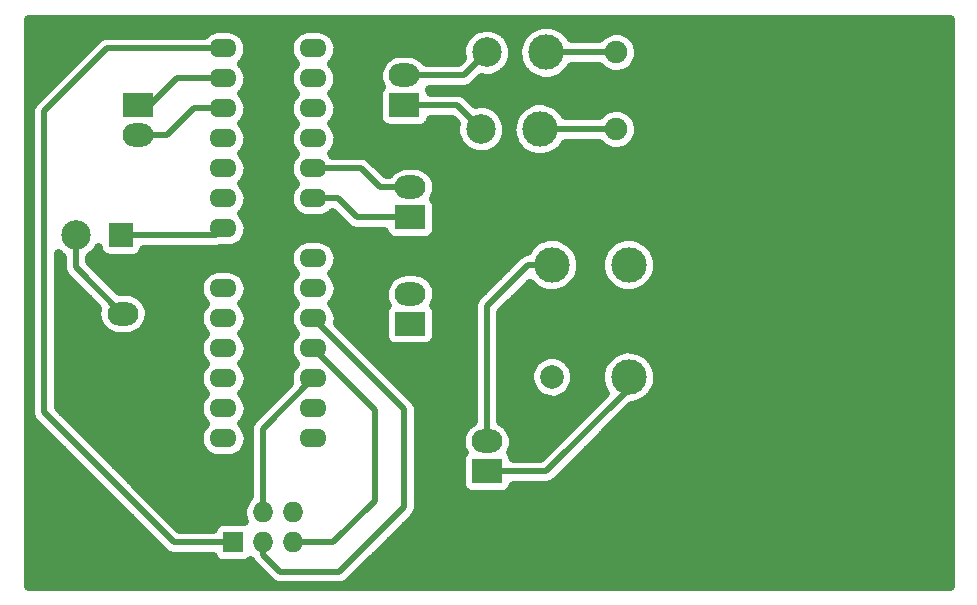
<source format=gbr>
%TF.GenerationSoftware,KiCad,Pcbnew,4.0.4-stable*%
%TF.CreationDate,2016-11-25T12:07:11+01:00*%
%TF.ProjectId,ISPboard,495350626F6172642E6B696361645F70,rev?*%
%TF.FileFunction,Copper,L1,Top,Signal*%
%FSLAX46Y46*%
G04 Gerber Fmt 4.6, Leading zero omitted, Abs format (unit mm)*
G04 Created by KiCad (PCBNEW 4.0.4-stable) date 11/25/16 12:07:11*
%MOMM*%
%LPD*%
G01*
G04 APERTURE LIST*
%ADD10C,0.100000*%
%ADD11C,2.500000*%
%ADD12R,1.998980X1.998980*%
%ADD13R,1.900000X2.000000*%
%ADD14C,1.900000*%
%ADD15O,2.300000X1.600000*%
%ADD16R,2.600000X2.000000*%
%ADD17O,2.600000X2.000000*%
%ADD18R,1.727200X1.727200*%
%ADD19O,1.727200X1.727200*%
%ADD20C,3.000000*%
%ADD21C,2.000000*%
%ADD22C,0.500000*%
%ADD23C,0.800000*%
G04 APERTURE END LIST*
D10*
D11*
X110015134Y-109329131D03*
D12*
X113825134Y-109329131D03*
D13*
X158325134Y-93829131D03*
D14*
X155785134Y-93829131D03*
D13*
X158325134Y-100329131D03*
D14*
X155785134Y-100329131D03*
D15*
X122500000Y-93500000D03*
X122500000Y-96040000D03*
X122500000Y-98580000D03*
X122500000Y-101120000D03*
X122500000Y-103660000D03*
X122500000Y-106200000D03*
X122500000Y-108740000D03*
X122500000Y-111280000D03*
X122500000Y-113820000D03*
X122500000Y-116360000D03*
X122500000Y-118900000D03*
X122500000Y-121440000D03*
X122500000Y-123980000D03*
X122500000Y-126520000D03*
X130120000Y-126520000D03*
X130120000Y-123980000D03*
X130120000Y-121440000D03*
X130120000Y-118900000D03*
X130120000Y-116360000D03*
X130120000Y-113820000D03*
X130120000Y-111280000D03*
X130120000Y-108740000D03*
X130120000Y-106200000D03*
X130120000Y-103660000D03*
X130120000Y-101120000D03*
X130120000Y-98580000D03*
X130120000Y-96040000D03*
X130120000Y-93500000D03*
D16*
X114000000Y-118500000D03*
D17*
X114000000Y-115960000D03*
D18*
X123325134Y-135329131D03*
D19*
X123325134Y-132789131D03*
X125865134Y-135329131D03*
X125865134Y-132789131D03*
X128405134Y-135329131D03*
X128405134Y-132789131D03*
D16*
X138325134Y-116829131D03*
D17*
X138325134Y-114289131D03*
D16*
X138325134Y-107829131D03*
D17*
X138325134Y-105289131D03*
D16*
X115325134Y-98329131D03*
D17*
X115325134Y-100869131D03*
D16*
X137825134Y-98329131D03*
D17*
X137825134Y-95789131D03*
D16*
X144825134Y-129329131D03*
D17*
X144825134Y-126789131D03*
D20*
X149824494Y-93829131D03*
D11*
X144823234Y-93829131D03*
D20*
X149324494Y-100329131D03*
D11*
X144323234Y-100329131D03*
D21*
X156825134Y-107329131D03*
D20*
X156825134Y-111829131D03*
D21*
X150325134Y-107329131D03*
D20*
X150325134Y-111829131D03*
D21*
X156825134Y-116829131D03*
D20*
X156825134Y-121329131D03*
D21*
X150325134Y-116829131D03*
X150325134Y-121329131D03*
D22*
X114000000Y-115960000D02*
X113956003Y-115960000D01*
X113956003Y-115960000D02*
X110015134Y-112019131D01*
X110015134Y-112019131D02*
X110015134Y-109329131D01*
X113825134Y-109329131D02*
X121910869Y-109329131D01*
X121910869Y-109329131D02*
X122500000Y-108740000D01*
X149824494Y-93829131D02*
X155785134Y-93829131D01*
X149324494Y-100329131D02*
X155785134Y-100329131D01*
X123325134Y-135329131D02*
X118325134Y-135329131D01*
X112654265Y-93500000D02*
X122500000Y-93500000D01*
X107325134Y-98829131D02*
X112654265Y-93500000D01*
X107325134Y-124329131D02*
X107325134Y-98829131D01*
X118325134Y-135329131D02*
X107325134Y-124329131D01*
X115325134Y-98329131D02*
X116325134Y-98329131D01*
X116325134Y-98329131D02*
X118614265Y-96040000D01*
X118614265Y-96040000D02*
X122500000Y-96040000D01*
X115325134Y-100869131D02*
X117785134Y-100869131D01*
X120074265Y-98580000D02*
X122500000Y-98580000D01*
X117785134Y-100869131D02*
X120074265Y-98580000D01*
X125865134Y-132789131D02*
X125865134Y-125694866D01*
X125865134Y-125694866D02*
X130120000Y-121440000D01*
X128405134Y-135329131D02*
X131825134Y-135329131D01*
X135325134Y-124105134D02*
X130120000Y-118900000D01*
X135325134Y-131829131D02*
X135325134Y-124105134D01*
X131825134Y-135329131D02*
X135325134Y-131829131D01*
X125865134Y-135329131D02*
X125865134Y-136369131D01*
X137825134Y-124065134D02*
X130120000Y-116360000D01*
X137825134Y-132329131D02*
X137825134Y-124065134D01*
X132325134Y-137829131D02*
X137825134Y-132329131D01*
X127325134Y-137829131D02*
X132325134Y-137829131D01*
X125865134Y-136369131D02*
X127325134Y-137829131D01*
X138325134Y-107829131D02*
X133825134Y-107829131D01*
X132196003Y-106200000D02*
X130120000Y-106200000D01*
X133825134Y-107829131D02*
X132196003Y-106200000D01*
X138325134Y-105289131D02*
X135785134Y-105289131D01*
X134156003Y-103660000D02*
X130120000Y-103660000D01*
X135785134Y-105289131D02*
X134156003Y-103660000D01*
X137825134Y-98329131D02*
X142323234Y-98329131D01*
X142323234Y-98329131D02*
X144323234Y-100329131D01*
X137825134Y-95789131D02*
X142863234Y-95789131D01*
X142863234Y-95789131D02*
X144823234Y-93829131D01*
X144825134Y-129329131D02*
X149825134Y-129329131D01*
X149825134Y-129329131D02*
X156825134Y-122329131D01*
X156825134Y-122329131D02*
X156825134Y-121329131D01*
X144825134Y-126789131D02*
X144825134Y-115329131D01*
X148325134Y-111829131D02*
X150325134Y-111829131D01*
X144825134Y-115329131D02*
X148325134Y-111829131D01*
D23*
X105983000Y-90983000D02*
X184017000Y-90983000D01*
X105983000Y-91623000D02*
X148856509Y-91623000D01*
X150790526Y-91623000D02*
X184017000Y-91623000D01*
X105983000Y-92263000D02*
X120967246Y-92263000D01*
X124030254Y-92263000D02*
X128587246Y-92263000D01*
X131650254Y-92263000D02*
X143338041Y-92263000D01*
X146309405Y-92263000D02*
X147981972Y-92263000D01*
X151663005Y-92263000D02*
X154785073Y-92263000D01*
X156786038Y-92263000D02*
X184017000Y-92263000D01*
X105983000Y-92903000D02*
X111613606Y-92903000D01*
X124456194Y-92903000D02*
X128165418Y-92903000D01*
X132076194Y-92903000D02*
X142872215Y-92903000D01*
X146775730Y-92903000D02*
X147601469Y-92903000D01*
X157400613Y-92903000D02*
X184017000Y-92903000D01*
X105983000Y-93543000D02*
X110973606Y-93543000D01*
X124564649Y-93543000D02*
X128057082Y-93543000D01*
X132184649Y-93543000D02*
X142677748Y-93543000D01*
X146966571Y-93543000D02*
X147423412Y-93543000D01*
X157622633Y-93543000D02*
X184017000Y-93543000D01*
X105983000Y-94183000D02*
X110333606Y-94183000D01*
X124423078Y-94183000D02*
X128198981Y-94183000D01*
X132043078Y-94183000D02*
X136490396Y-94183000D01*
X139155906Y-94183000D02*
X142694041Y-94183000D01*
X146955926Y-94183000D02*
X147441115Y-94183000D01*
X157610167Y-94183000D02*
X184017000Y-94183000D01*
X105983000Y-94823000D02*
X109693606Y-94823000D01*
X124054089Y-94823000D02*
X128562723Y-94823000D01*
X131674089Y-94823000D02*
X135878139Y-94823000D01*
X146743061Y-94823000D02*
X147628014Y-94823000D01*
X157357904Y-94823000D02*
X184017000Y-94823000D01*
X105983000Y-95463000D02*
X109053606Y-95463000D01*
X124462080Y-95463000D02*
X128159227Y-95463000D01*
X132082080Y-95463000D02*
X135639374Y-95463000D01*
X146236899Y-95463000D02*
X148054645Y-95463000D01*
X151600692Y-95463000D02*
X154883762Y-95463000D01*
X156678255Y-95463000D02*
X184017000Y-95463000D01*
X105983000Y-96103000D02*
X108413606Y-96103000D01*
X124562547Y-96103000D02*
X128058902Y-96103000D01*
X132182547Y-96103000D02*
X135636273Y-96103000D01*
X144187025Y-96103000D02*
X149014165Y-96103000D01*
X150621233Y-96103000D02*
X184017000Y-96103000D01*
X105983000Y-96743000D02*
X107773606Y-96743000D01*
X124412264Y-96743000D02*
X128209437Y-96743000D01*
X132032264Y-96743000D02*
X135837798Y-96743000D01*
X143517124Y-96743000D02*
X184017000Y-96743000D01*
X105983000Y-97383000D02*
X107133606Y-97383000D01*
X124077924Y-97383000D02*
X128544162Y-97383000D01*
X131697924Y-97383000D02*
X135612741Y-97383000D01*
X142988609Y-97383000D02*
X184017000Y-97383000D01*
X105983000Y-98023000D02*
X106495873Y-98023000D01*
X124467966Y-98023000D02*
X128153035Y-98023000D01*
X132087966Y-98023000D02*
X135612741Y-98023000D01*
X143654763Y-98023000D02*
X148604017Y-98023000D01*
X150052634Y-98023000D02*
X184017000Y-98023000D01*
X105983000Y-98663000D02*
X106183606Y-98663000D01*
X124560445Y-98663000D02*
X128060722Y-98663000D01*
X132180445Y-98663000D02*
X135612741Y-98663000D01*
X145710101Y-98663000D02*
X147584089Y-98663000D01*
X151063701Y-98663000D02*
X154948871Y-98663000D01*
X156616417Y-98663000D02*
X184017000Y-98663000D01*
X105983000Y-99303000D02*
X106167134Y-99303000D01*
X124401450Y-99303000D02*
X128219893Y-99303000D01*
X132021450Y-99303000D02*
X135612741Y-99303000D01*
X146232468Y-99303000D02*
X147144329Y-99303000D01*
X157334173Y-99303000D02*
X184017000Y-99303000D01*
X105983000Y-99943000D02*
X106167134Y-99943000D01*
X124094770Y-99943000D02*
X128527617Y-99943000D01*
X131714770Y-99943000D02*
X135852802Y-99943000D01*
X139788830Y-99943000D02*
X142199003Y-99943000D01*
X146446770Y-99943000D02*
X146944667Y-99943000D01*
X157602832Y-99943000D02*
X184017000Y-99943000D01*
X105983000Y-100583000D02*
X106167134Y-100583000D01*
X124473853Y-100583000D02*
X128146844Y-100583000D01*
X132093853Y-100583000D02*
X142175688Y-100583000D01*
X146474826Y-100583000D02*
X146922762Y-100583000D01*
X157632886Y-100583000D02*
X184017000Y-100583000D01*
X105983000Y-101223000D02*
X106167134Y-101223000D01*
X124558343Y-101223000D02*
X128062542Y-101223000D01*
X132178343Y-101223000D02*
X142356053Y-101223000D01*
X146287584Y-101223000D02*
X147088421Y-101223000D01*
X157421079Y-101223000D02*
X184017000Y-101223000D01*
X105983000Y-101863000D02*
X106167134Y-101863000D01*
X124390636Y-101863000D02*
X128230349Y-101863000D01*
X132010636Y-101863000D02*
X142804371Y-101863000D01*
X145841909Y-101863000D02*
X147458076Y-101863000D01*
X151189440Y-101863000D02*
X154736369Y-101863000D01*
X156835830Y-101863000D02*
X184017000Y-101863000D01*
X105983000Y-102503000D02*
X106167134Y-102503000D01*
X124110850Y-102503000D02*
X128511071Y-102503000D01*
X134180079Y-102503000D02*
X148285274Y-102503000D01*
X150379048Y-102503000D02*
X184017000Y-102503000D01*
X105983000Y-103143000D02*
X106167134Y-103143000D01*
X124479739Y-103143000D02*
X128140653Y-103143000D01*
X135276663Y-103143000D02*
X184017000Y-103143000D01*
X105983000Y-103783000D02*
X106167134Y-103783000D01*
X124556241Y-103783000D02*
X128064362Y-103783000D01*
X135916663Y-103783000D02*
X136856710Y-103783000D01*
X139795036Y-103783000D02*
X184017000Y-103783000D01*
X105983000Y-104423000D02*
X106167134Y-104423000D01*
X124379822Y-104423000D02*
X128240804Y-104423000D01*
X140325745Y-104423000D02*
X184017000Y-104423000D01*
X105983000Y-105063000D02*
X106167134Y-105063000D01*
X124126931Y-105063000D02*
X128494526Y-105063000D01*
X140521980Y-105063000D02*
X184017000Y-105063000D01*
X105983000Y-105703000D02*
X106167134Y-105703000D01*
X124485625Y-105703000D02*
X128134462Y-105703000D01*
X140495495Y-105703000D02*
X184017000Y-105703000D01*
X105983000Y-106343000D02*
X106167134Y-106343000D01*
X124554139Y-106343000D02*
X128066182Y-106343000D01*
X140386600Y-106343000D02*
X184017000Y-106343000D01*
X105983000Y-106983000D02*
X106167134Y-106983000D01*
X124369008Y-106983000D02*
X128251260Y-106983000D01*
X140537527Y-106983000D02*
X184017000Y-106983000D01*
X105983000Y-107623000D02*
X106167134Y-107623000D01*
X124143011Y-107623000D02*
X128820009Y-107623000D01*
X131424453Y-107623000D02*
X131981343Y-107623000D01*
X140537527Y-107623000D02*
X184017000Y-107623000D01*
X105983000Y-108263000D02*
X106167134Y-108263000D01*
X124491512Y-108263000D02*
X132621343Y-108263000D01*
X140537527Y-108263000D02*
X184017000Y-108263000D01*
X105983000Y-108903000D02*
X106167134Y-108903000D01*
X124552037Y-108903000D02*
X133395793Y-108903000D01*
X140527029Y-108903000D02*
X184017000Y-108903000D01*
X105983000Y-109543000D02*
X106167134Y-109543000D01*
X124358194Y-109543000D02*
X136470132Y-109543000D01*
X140183494Y-109543000D02*
X149555155Y-109543000D01*
X151100853Y-109543000D02*
X156055155Y-109543000D01*
X157600853Y-109543000D02*
X184017000Y-109543000D01*
X105983000Y-110183000D02*
X106167134Y-110183000D01*
X123766838Y-110183000D02*
X128461435Y-110183000D01*
X131779092Y-110183000D02*
X148564305Y-110183000D01*
X152084202Y-110183000D02*
X155064305Y-110183000D01*
X158584202Y-110183000D02*
X184017000Y-110183000D01*
X105983000Y-110823000D02*
X106167134Y-110823000D01*
X111575813Y-110823000D02*
X112069613Y-110823000D01*
X115590160Y-110823000D02*
X128122080Y-110823000D01*
X132117398Y-110823000D02*
X147761869Y-110823000D01*
X152515070Y-110823000D02*
X154636397Y-110823000D01*
X159015070Y-110823000D02*
X184017000Y-110823000D01*
X105983000Y-111463000D02*
X106167134Y-111463000D01*
X108483134Y-111463000D02*
X108857134Y-111463000D01*
X111173134Y-111463000D02*
X128069823Y-111463000D01*
X132169935Y-111463000D02*
X147053606Y-111463000D01*
X152707494Y-111463000D02*
X154441056Y-111463000D01*
X159207494Y-111463000D02*
X184017000Y-111463000D01*
X105983000Y-112103000D02*
X106167134Y-112103000D01*
X108483134Y-112103000D02*
X108865357Y-112103000D01*
X111736663Y-112103000D02*
X128272172Y-112103000D01*
X131967380Y-112103000D02*
X146413606Y-112103000D01*
X152726115Y-112103000D02*
X154427072Y-112103000D01*
X159226115Y-112103000D02*
X184017000Y-112103000D01*
X105983000Y-112743000D02*
X106167134Y-112743000D01*
X108483134Y-112743000D02*
X109118336Y-112743000D01*
X112376663Y-112743000D02*
X120824890Y-112743000D01*
X124175172Y-112743000D02*
X128444890Y-112743000D01*
X131795172Y-112743000D02*
X136905755Y-112743000D01*
X139747366Y-112743000D02*
X145773606Y-112743000D01*
X152554250Y-112743000D02*
X154596980Y-112743000D01*
X159054250Y-112743000D02*
X184017000Y-112743000D01*
X105983000Y-113383000D02*
X106167134Y-113383000D01*
X108483134Y-113383000D02*
X109741343Y-113383000D01*
X113016663Y-113383000D02*
X120495889Y-113383000D01*
X124503284Y-113383000D02*
X128115889Y-113383000D01*
X132123284Y-113383000D02*
X136345697Y-113383000D01*
X140304833Y-113383000D02*
X145133606Y-113383000D01*
X148408924Y-113383000D02*
X148478029Y-113383000D01*
X152175972Y-113383000D02*
X154978030Y-113383000D01*
X158675972Y-113383000D02*
X184017000Y-113383000D01*
X105983000Y-114023000D02*
X106167134Y-114023000D01*
X108483134Y-114023000D02*
X110381343Y-114023000D01*
X113656663Y-114023000D02*
X120451643Y-114023000D01*
X124547833Y-114023000D02*
X128071643Y-114023000D01*
X132167833Y-114023000D02*
X136133068Y-114023000D01*
X140518340Y-114023000D02*
X144493606Y-114023000D01*
X147768924Y-114023000D02*
X149331692Y-114023000D01*
X151328125Y-114023000D02*
X155831692Y-114023000D01*
X157828125Y-114023000D02*
X184017000Y-114023000D01*
X105983000Y-114663000D02*
X106167134Y-114663000D01*
X108483134Y-114663000D02*
X111021343Y-114663000D01*
X115704417Y-114663000D02*
X120662628Y-114663000D01*
X124336566Y-114663000D02*
X128282628Y-114663000D01*
X131956566Y-114663000D02*
X136145056Y-114663000D01*
X140505876Y-114663000D02*
X143879638Y-114663000D01*
X147128924Y-114663000D02*
X184017000Y-114663000D01*
X105983000Y-115303000D02*
X106167134Y-115303000D01*
X108483134Y-115303000D02*
X111661343Y-115303000D01*
X116096748Y-115303000D02*
X120808344Y-115303000D01*
X124191252Y-115303000D02*
X128428344Y-115303000D01*
X131811252Y-115303000D02*
X136286660Y-115303000D01*
X140360241Y-115303000D02*
X143668365Y-115303000D01*
X146488924Y-115303000D02*
X184017000Y-115303000D01*
X105983000Y-115943000D02*
X106167134Y-115943000D01*
X108483134Y-115943000D02*
X111781749Y-115943000D01*
X116215879Y-115943000D02*
X120489698Y-115943000D01*
X124509171Y-115943000D02*
X128109698Y-115943000D01*
X132129171Y-115943000D02*
X136112741Y-115943000D01*
X140537527Y-115943000D02*
X143667134Y-115943000D01*
X145983134Y-115943000D02*
X184017000Y-115943000D01*
X105983000Y-116583000D02*
X106167134Y-116583000D01*
X108483134Y-116583000D02*
X111893245Y-116583000D01*
X116105624Y-116583000D02*
X120453463Y-116583000D01*
X124545731Y-116583000D02*
X128073463Y-116583000D01*
X132165731Y-116583000D02*
X136112741Y-116583000D01*
X140537527Y-116583000D02*
X143667134Y-116583000D01*
X145983134Y-116583000D02*
X184017000Y-116583000D01*
X105983000Y-117223000D02*
X106167134Y-117223000D01*
X108483134Y-117223000D02*
X112268246Y-117223000D01*
X115730292Y-117223000D02*
X120673083Y-117223000D01*
X124325752Y-117223000D02*
X128293083Y-117223000D01*
X132620660Y-117223000D02*
X136112741Y-117223000D01*
X140537527Y-117223000D02*
X143667134Y-117223000D01*
X145983134Y-117223000D02*
X184017000Y-117223000D01*
X105983000Y-117863000D02*
X106167134Y-117863000D01*
X108483134Y-117863000D02*
X113619757Y-117863000D01*
X114361677Y-117863000D02*
X120791799Y-117863000D01*
X124207333Y-117863000D02*
X128411799Y-117863000D01*
X133260660Y-117863000D02*
X136115441Y-117863000D01*
X140532713Y-117863000D02*
X143667134Y-117863000D01*
X145983134Y-117863000D02*
X184017000Y-117863000D01*
X105983000Y-118503000D02*
X106167134Y-118503000D01*
X108483134Y-118503000D02*
X120483507Y-118503000D01*
X124515057Y-118503000D02*
X128103507Y-118503000D01*
X133900660Y-118503000D02*
X136423200Y-118503000D01*
X140237692Y-118503000D02*
X143667134Y-118503000D01*
X145983134Y-118503000D02*
X184017000Y-118503000D01*
X105983000Y-119143000D02*
X106167134Y-119143000D01*
X108483134Y-119143000D02*
X120455283Y-119143000D01*
X124543629Y-119143000D02*
X128075283Y-119143000D01*
X134540660Y-119143000D02*
X143667134Y-119143000D01*
X145983134Y-119143000D02*
X155807647Y-119143000D01*
X157838744Y-119143000D02*
X184017000Y-119143000D01*
X105983000Y-119783000D02*
X106167134Y-119783000D01*
X108483134Y-119783000D02*
X120683539Y-119783000D01*
X124314938Y-119783000D02*
X128303539Y-119783000D01*
X135180660Y-119783000D02*
X143667134Y-119783000D01*
X145983134Y-119783000D02*
X149203191Y-119783000D01*
X151445108Y-119783000D02*
X154965281Y-119783000D01*
X158683506Y-119783000D02*
X184017000Y-119783000D01*
X105983000Y-120423000D02*
X106167134Y-120423000D01*
X108483134Y-120423000D02*
X120775254Y-120423000D01*
X124223413Y-120423000D02*
X128395254Y-120423000D01*
X135820660Y-120423000D02*
X143667134Y-120423000D01*
X145983134Y-120423000D02*
X148637550Y-120423000D01*
X152013933Y-120423000D02*
X154593537Y-120423000D01*
X159056287Y-120423000D02*
X184017000Y-120423000D01*
X105983000Y-121063000D02*
X106167134Y-121063000D01*
X108483134Y-121063000D02*
X120477316Y-121063000D01*
X124520943Y-121063000D02*
X128097316Y-121063000D01*
X136460660Y-121063000D02*
X143667134Y-121063000D01*
X145983134Y-121063000D02*
X148430993Y-121063000D01*
X152217566Y-121063000D02*
X154420512Y-121063000D01*
X159227295Y-121063000D02*
X184017000Y-121063000D01*
X105983000Y-121703000D02*
X106167134Y-121703000D01*
X108483134Y-121703000D02*
X120457103Y-121703000D01*
X124541527Y-121703000D02*
X128077103Y-121703000D01*
X137100660Y-121703000D02*
X143667134Y-121703000D01*
X145983134Y-121703000D02*
X148453799Y-121703000D01*
X152196900Y-121703000D02*
X154445426Y-121703000D01*
X159209663Y-121703000D02*
X184017000Y-121703000D01*
X105983000Y-122343000D02*
X106167134Y-122343000D01*
X108483134Y-122343000D02*
X120693995Y-122343000D01*
X124304124Y-122343000D02*
X127579340Y-122343000D01*
X137740660Y-122343000D02*
X143667134Y-122343000D01*
X145983134Y-122343000D02*
X148708533Y-122343000D01*
X151944987Y-122343000D02*
X154636572Y-122343000D01*
X159009727Y-122343000D02*
X184017000Y-122343000D01*
X105983000Y-122983000D02*
X106167134Y-122983000D01*
X108483134Y-122983000D02*
X120758708Y-122983000D01*
X124239494Y-122983000D02*
X126939340Y-122983000D01*
X138380660Y-122983000D02*
X143667134Y-122983000D01*
X145983134Y-122983000D02*
X149361413Y-122983000D01*
X151280058Y-122983000D02*
X154533605Y-122983000D01*
X158580330Y-122983000D02*
X184017000Y-122983000D01*
X105983000Y-123623000D02*
X106167134Y-123623000D01*
X108483134Y-123623000D02*
X120471125Y-123623000D01*
X124526830Y-123623000D02*
X126299340Y-123623000D01*
X138895304Y-123623000D02*
X143667134Y-123623000D01*
X145983134Y-123623000D02*
X153893605Y-123623000D01*
X157570310Y-123623000D02*
X184017000Y-123623000D01*
X105983000Y-124263000D02*
X106167134Y-124263000D01*
X108896663Y-124263000D02*
X120458923Y-124263000D01*
X124539425Y-124263000D02*
X125659340Y-124263000D01*
X138983134Y-124263000D02*
X143667134Y-124263000D01*
X145983134Y-124263000D02*
X153253605Y-124263000D01*
X156528925Y-124263000D02*
X184017000Y-124263000D01*
X105983000Y-124903000D02*
X106324498Y-124903000D01*
X109536663Y-124903000D02*
X120704451Y-124903000D01*
X124293310Y-124903000D02*
X125024156Y-124903000D01*
X138983134Y-124903000D02*
X143667134Y-124903000D01*
X145983134Y-124903000D02*
X152613605Y-124903000D01*
X155888925Y-124903000D02*
X184017000Y-124903000D01*
X105983000Y-125543000D02*
X106901343Y-125543000D01*
X110176663Y-125543000D02*
X120742163Y-125543000D01*
X124255574Y-125543000D02*
X124722157Y-125543000D01*
X138983134Y-125543000D02*
X143080886Y-125543000D01*
X146570451Y-125543000D02*
X151973605Y-125543000D01*
X155248925Y-125543000D02*
X184017000Y-125543000D01*
X105983000Y-126183000D02*
X107541343Y-126183000D01*
X110816663Y-126183000D02*
X120466251Y-126183000D01*
X124532716Y-126183000D02*
X124707134Y-126183000D01*
X138983134Y-126183000D02*
X142714288Y-126183000D01*
X146936854Y-126183000D02*
X151333605Y-126183000D01*
X154608925Y-126183000D02*
X184017000Y-126183000D01*
X105983000Y-126823000D02*
X108181343Y-126823000D01*
X111456663Y-126823000D02*
X120460743Y-126823000D01*
X124537323Y-126823000D02*
X124707134Y-126823000D01*
X138983134Y-126823000D02*
X142610790Y-126823000D01*
X147041612Y-126823000D02*
X150693605Y-126823000D01*
X153968925Y-126823000D02*
X184017000Y-126823000D01*
X105983000Y-127463000D02*
X108821343Y-127463000D01*
X112096663Y-127463000D02*
X120717089Y-127463000D01*
X124282497Y-127463000D02*
X124707134Y-127463000D01*
X138983134Y-127463000D02*
X142733351Y-127463000D01*
X146915012Y-127463000D02*
X150053605Y-127463000D01*
X153328925Y-127463000D02*
X184017000Y-127463000D01*
X105983000Y-128103000D02*
X109461343Y-128103000D01*
X112736663Y-128103000D02*
X121508539Y-128103000D01*
X123497991Y-128103000D02*
X124707134Y-128103000D01*
X138983134Y-128103000D02*
X142644877Y-128103000D01*
X147000747Y-128103000D02*
X149413605Y-128103000D01*
X152688925Y-128103000D02*
X184017000Y-128103000D01*
X105983000Y-128743000D02*
X110101343Y-128743000D01*
X113376663Y-128743000D02*
X124707134Y-128743000D01*
X138983134Y-128743000D02*
X142612741Y-128743000D01*
X152048925Y-128743000D02*
X184017000Y-128743000D01*
X105983000Y-129383000D02*
X110741343Y-129383000D01*
X114016663Y-129383000D02*
X124707134Y-129383000D01*
X138983134Y-129383000D02*
X142612741Y-129383000D01*
X151408925Y-129383000D02*
X184017000Y-129383000D01*
X105983000Y-130023000D02*
X111381343Y-130023000D01*
X114656663Y-130023000D02*
X124707134Y-130023000D01*
X138983134Y-130023000D02*
X142612741Y-130023000D01*
X150768925Y-130023000D02*
X184017000Y-130023000D01*
X105983000Y-130663000D02*
X112021343Y-130663000D01*
X115296663Y-130663000D02*
X124707134Y-130663000D01*
X138983134Y-130663000D02*
X142682886Y-130663000D01*
X146965486Y-130663000D02*
X184017000Y-130663000D01*
X105983000Y-131303000D02*
X112661343Y-131303000D01*
X115936663Y-131303000D02*
X124707134Y-131303000D01*
X138983134Y-131303000D02*
X184017000Y-131303000D01*
X105983000Y-131943000D02*
X113301343Y-131943000D01*
X116576663Y-131943000D02*
X124313569Y-131943000D01*
X138983134Y-131943000D02*
X184017000Y-131943000D01*
X105983000Y-132583000D02*
X113941343Y-132583000D01*
X117216663Y-132583000D02*
X124113093Y-132583000D01*
X138953671Y-132583000D02*
X184017000Y-132583000D01*
X105983000Y-133223000D02*
X114581343Y-133223000D01*
X117856663Y-133223000D02*
X124151786Y-133223000D01*
X138568924Y-133223000D02*
X184017000Y-133223000D01*
X105983000Y-133863000D02*
X115221343Y-133863000D01*
X118496663Y-133863000D02*
X121788175Y-133863000D01*
X137928924Y-133863000D02*
X184017000Y-133863000D01*
X105983000Y-134503000D02*
X115861343Y-134503000D01*
X137288924Y-134503000D02*
X184017000Y-134503000D01*
X105983000Y-135143000D02*
X116501343Y-135143000D01*
X136648924Y-135143000D02*
X184017000Y-135143000D01*
X105983000Y-135783000D02*
X117141343Y-135783000D01*
X136008924Y-135783000D02*
X184017000Y-135783000D01*
X105983000Y-136423000D02*
X117961211Y-136423000D01*
X135368924Y-136423000D02*
X184017000Y-136423000D01*
X105983000Y-137063000D02*
X122194032Y-137063000D01*
X124432118Y-137063000D02*
X124943871Y-137063000D01*
X134728924Y-137063000D02*
X184017000Y-137063000D01*
X105983000Y-137703000D02*
X125561343Y-137703000D01*
X134088924Y-137703000D02*
X184017000Y-137703000D01*
X105983000Y-138343000D02*
X126201343Y-138343000D01*
X133448924Y-138343000D02*
X184017000Y-138343000D01*
X105983000Y-138983000D02*
X127273144Y-138983000D01*
X132367263Y-138983000D02*
X184017000Y-138983000D01*
X184017000Y-139017000D02*
X105983000Y-139017000D01*
X105983000Y-98829131D01*
X106167134Y-98829131D01*
X106167134Y-124329131D01*
X106177575Y-124435613D01*
X106186895Y-124542146D01*
X106188594Y-124547993D01*
X106189188Y-124554054D01*
X106220095Y-124656422D01*
X106249947Y-124759175D01*
X106252751Y-124764585D01*
X106254510Y-124770410D01*
X106304697Y-124864799D01*
X106353953Y-124959823D01*
X106357753Y-124964584D01*
X106360611Y-124969958D01*
X106428214Y-125052847D01*
X106494952Y-125136448D01*
X106503312Y-125144927D01*
X106503451Y-125145097D01*
X106503609Y-125145227D01*
X106506304Y-125147961D01*
X117506304Y-136147961D01*
X117589014Y-136215900D01*
X117670902Y-136284612D01*
X117676235Y-136287544D01*
X117680943Y-136291411D01*
X117775207Y-136341955D01*
X117868949Y-136393490D01*
X117874757Y-136395332D01*
X117880120Y-136398208D01*
X117982380Y-136429472D01*
X118084372Y-136461826D01*
X118090423Y-136462505D01*
X118096246Y-136464285D01*
X118202677Y-136475096D01*
X118308966Y-136487018D01*
X118320866Y-136487101D01*
X118321091Y-136487124D01*
X118321300Y-136487104D01*
X118325134Y-136487131D01*
X121607063Y-136487131D01*
X121636621Y-136582576D01*
X121777888Y-136796957D01*
X121973288Y-136963495D01*
X122207347Y-137069002D01*
X122461534Y-137105124D01*
X124188734Y-137105124D01*
X124333330Y-137093593D01*
X124578579Y-137017644D01*
X124792960Y-136876377D01*
X124815514Y-136849914D01*
X124844697Y-136904799D01*
X124893953Y-136999823D01*
X124897753Y-137004584D01*
X124900611Y-137009958D01*
X124968214Y-137092847D01*
X125034952Y-137176448D01*
X125043312Y-137184927D01*
X125043451Y-137185097D01*
X125043609Y-137185227D01*
X125046304Y-137187961D01*
X126506304Y-138647961D01*
X126588992Y-138715881D01*
X126670902Y-138784612D01*
X126676238Y-138787546D01*
X126680944Y-138791411D01*
X126775186Y-138841943D01*
X126868949Y-138893490D01*
X126874757Y-138895332D01*
X126880120Y-138898208D01*
X126982367Y-138929468D01*
X127084372Y-138961826D01*
X127090425Y-138962505D01*
X127096247Y-138964285D01*
X127202668Y-138975095D01*
X127308966Y-138987018D01*
X127320867Y-138987101D01*
X127321092Y-138987124D01*
X127321301Y-138987104D01*
X127325134Y-138987131D01*
X132325134Y-138987131D01*
X132431616Y-138976690D01*
X132538149Y-138967370D01*
X132543996Y-138965671D01*
X132550057Y-138965077D01*
X132652425Y-138934170D01*
X132755178Y-138904318D01*
X132760588Y-138901514D01*
X132766413Y-138899755D01*
X132860802Y-138849568D01*
X132955826Y-138800312D01*
X132960587Y-138796512D01*
X132965961Y-138793654D01*
X133048850Y-138726051D01*
X133132451Y-138659313D01*
X133140930Y-138650953D01*
X133141100Y-138650814D01*
X133141230Y-138650656D01*
X133143964Y-138647961D01*
X138643964Y-133147960D01*
X138711864Y-133065297D01*
X138780615Y-132983363D01*
X138783549Y-132978027D01*
X138787414Y-132973321D01*
X138837946Y-132879079D01*
X138889493Y-132785316D01*
X138891335Y-132779508D01*
X138894211Y-132774145D01*
X138925471Y-132671898D01*
X138957829Y-132569893D01*
X138958508Y-132563840D01*
X138960288Y-132558018D01*
X138971098Y-132451597D01*
X138983021Y-132345299D01*
X138983104Y-132333398D01*
X138983127Y-132333173D01*
X138983107Y-132332964D01*
X138983134Y-132329131D01*
X138983134Y-126775811D01*
X142606496Y-126775811D01*
X142640246Y-127146655D01*
X142745383Y-127503880D01*
X142858000Y-127719296D01*
X142754370Y-127840885D01*
X142648863Y-128074944D01*
X142612741Y-128329131D01*
X142612741Y-130329131D01*
X142624272Y-130473727D01*
X142700221Y-130718976D01*
X142841488Y-130933357D01*
X143036888Y-131099895D01*
X143270947Y-131205402D01*
X143525134Y-131241524D01*
X146125134Y-131241524D01*
X146269730Y-131229993D01*
X146514979Y-131154044D01*
X146729360Y-131012777D01*
X146895898Y-130817377D01*
X147001405Y-130583318D01*
X147015074Y-130487131D01*
X149825134Y-130487131D01*
X149931616Y-130476690D01*
X150038149Y-130467370D01*
X150043996Y-130465671D01*
X150050057Y-130465077D01*
X150152425Y-130434170D01*
X150255178Y-130404318D01*
X150260588Y-130401514D01*
X150266413Y-130399755D01*
X150360802Y-130349568D01*
X150455826Y-130300312D01*
X150460587Y-130296512D01*
X150465961Y-130293654D01*
X150548850Y-130226051D01*
X150632451Y-130159313D01*
X150640930Y-130150953D01*
X150641100Y-130150814D01*
X150641230Y-130150656D01*
X150643964Y-130147961D01*
X157058731Y-123733194D01*
X157475826Y-123659648D01*
X157916100Y-123488877D01*
X158314820Y-123235842D01*
X158656798Y-122910181D01*
X158929008Y-122524298D01*
X159121083Y-122092892D01*
X159225705Y-121632394D01*
X159233237Y-121093014D01*
X159141513Y-120629775D01*
X158961559Y-120193174D01*
X158700229Y-119799841D01*
X158367478Y-119464758D01*
X157975979Y-119200688D01*
X157540644Y-119017691D01*
X157078056Y-118922735D01*
X156605835Y-118919438D01*
X156141966Y-119007926D01*
X155704119Y-119184828D01*
X155308971Y-119443405D01*
X154971574Y-119773809D01*
X154704778Y-120163455D01*
X154518745Y-120597501D01*
X154420562Y-121059415D01*
X154413969Y-121531602D01*
X154499216Y-121996077D01*
X154673057Y-122435148D01*
X154833107Y-122683498D01*
X149345474Y-128171131D01*
X147021845Y-128171131D01*
X146950047Y-127939286D01*
X146808780Y-127724905D01*
X146794927Y-127713098D01*
X146894733Y-127528511D01*
X147004848Y-127172788D01*
X147043772Y-126802451D01*
X147010022Y-126431607D01*
X146904885Y-126074382D01*
X146732364Y-125744380D01*
X146499032Y-125454173D01*
X146213775Y-125214814D01*
X145983134Y-125088019D01*
X145983134Y-121489561D01*
X148414626Y-121489561D01*
X148482172Y-121857592D01*
X148619916Y-122205494D01*
X148822612Y-122520015D01*
X149082538Y-122789177D01*
X149389794Y-123002725D01*
X149732677Y-123152527D01*
X150098126Y-123232876D01*
X150472222Y-123240712D01*
X150840716Y-123175737D01*
X151189571Y-123040425D01*
X151505500Y-122839930D01*
X151776469Y-122581890D01*
X151992158Y-122276132D01*
X152144349Y-121934303D01*
X152227248Y-121569424D01*
X152233216Y-121142042D01*
X152160538Y-120774990D01*
X152017949Y-120429045D01*
X151810882Y-120117384D01*
X151547224Y-119851878D01*
X151237016Y-119642641D01*
X150892075Y-119497641D01*
X150525539Y-119422402D01*
X150151370Y-119419790D01*
X149783820Y-119489904D01*
X149436888Y-119630073D01*
X149123789Y-119834959D01*
X148856449Y-120096758D01*
X148645051Y-120405497D01*
X148497646Y-120749418D01*
X148419850Y-121115419D01*
X148414626Y-121489561D01*
X145983134Y-121489561D01*
X145983134Y-115808791D01*
X148444080Y-113347844D01*
X148756910Y-113671788D01*
X149144684Y-113941298D01*
X149577421Y-114130356D01*
X150038638Y-114231761D01*
X150510767Y-114241651D01*
X150975826Y-114159648D01*
X151416100Y-113988877D01*
X151814820Y-113735842D01*
X152156798Y-113410181D01*
X152429008Y-113024298D01*
X152621083Y-112592892D01*
X152725705Y-112132394D01*
X152727112Y-112031602D01*
X154413969Y-112031602D01*
X154499216Y-112496077D01*
X154673057Y-112935148D01*
X154928869Y-113332092D01*
X155256910Y-113671788D01*
X155644684Y-113941298D01*
X156077421Y-114130356D01*
X156538638Y-114231761D01*
X157010767Y-114241651D01*
X157475826Y-114159648D01*
X157916100Y-113988877D01*
X158314820Y-113735842D01*
X158656798Y-113410181D01*
X158929008Y-113024298D01*
X159121083Y-112592892D01*
X159225705Y-112132394D01*
X159233237Y-111593014D01*
X159141513Y-111129775D01*
X158961559Y-110693174D01*
X158700229Y-110299841D01*
X158367478Y-109964758D01*
X157975979Y-109700688D01*
X157540644Y-109517691D01*
X157078056Y-109422735D01*
X156605835Y-109419438D01*
X156141966Y-109507926D01*
X155704119Y-109684828D01*
X155308971Y-109943405D01*
X154971574Y-110273809D01*
X154704778Y-110663455D01*
X154518745Y-111097501D01*
X154420562Y-111559415D01*
X154413969Y-112031602D01*
X152727112Y-112031602D01*
X152733237Y-111593014D01*
X152641513Y-111129775D01*
X152461559Y-110693174D01*
X152200229Y-110299841D01*
X151867478Y-109964758D01*
X151475979Y-109700688D01*
X151040644Y-109517691D01*
X150578056Y-109422735D01*
X150105835Y-109419438D01*
X149641966Y-109507926D01*
X149204119Y-109684828D01*
X148808971Y-109943405D01*
X148471574Y-110273809D01*
X148204778Y-110663455D01*
X148196170Y-110683539D01*
X148112118Y-110690892D01*
X148106270Y-110692591D01*
X148100211Y-110693185D01*
X147997855Y-110724088D01*
X147895090Y-110753944D01*
X147889680Y-110756748D01*
X147883855Y-110758507D01*
X147789427Y-110808715D01*
X147694442Y-110857951D01*
X147689685Y-110861749D01*
X147684307Y-110864608D01*
X147601415Y-110932213D01*
X147517816Y-110998949D01*
X147509341Y-111007307D01*
X147509168Y-111007448D01*
X147509035Y-111007609D01*
X147506304Y-111010302D01*
X144006304Y-114510301D01*
X143938365Y-114593011D01*
X143869653Y-114674899D01*
X143866721Y-114680232D01*
X143862854Y-114684940D01*
X143812310Y-114779204D01*
X143760775Y-114872946D01*
X143758933Y-114878754D01*
X143756057Y-114884117D01*
X143724793Y-114986377D01*
X143692439Y-115088369D01*
X143691760Y-115094420D01*
X143689980Y-115100243D01*
X143679169Y-115206674D01*
X143667247Y-115312963D01*
X143667164Y-115324863D01*
X143667141Y-115325088D01*
X143667161Y-115325297D01*
X143667134Y-115329131D01*
X143667134Y-125089026D01*
X143458579Y-125199917D01*
X143170008Y-125435270D01*
X142932646Y-125722191D01*
X142755535Y-126049751D01*
X142645420Y-126405474D01*
X142606496Y-126775811D01*
X138983134Y-126775811D01*
X138983134Y-124065134D01*
X138972693Y-123958652D01*
X138963373Y-123852119D01*
X138961674Y-123846272D01*
X138961080Y-123840211D01*
X138930173Y-123737843D01*
X138900321Y-123635090D01*
X138897517Y-123629680D01*
X138895758Y-123623855D01*
X138845571Y-123529466D01*
X138796315Y-123434442D01*
X138792515Y-123429681D01*
X138789657Y-123424307D01*
X138722054Y-123341418D01*
X138655316Y-123257817D01*
X138646956Y-123249338D01*
X138646817Y-123249168D01*
X138646659Y-123249038D01*
X138643964Y-123246304D01*
X132140788Y-116743128D01*
X132153073Y-116703441D01*
X132187916Y-116371924D01*
X132157705Y-116039953D01*
X132063588Y-115720172D01*
X131909151Y-115424762D01*
X131700277Y-115164975D01*
X131611600Y-115090566D01*
X131683473Y-115031947D01*
X131895954Y-114775101D01*
X132054500Y-114481877D01*
X132118288Y-114275811D01*
X136106496Y-114275811D01*
X136140246Y-114646655D01*
X136245383Y-115003880D01*
X136358000Y-115219296D01*
X136254370Y-115340885D01*
X136148863Y-115574944D01*
X136112741Y-115829131D01*
X136112741Y-117829131D01*
X136124272Y-117973727D01*
X136200221Y-118218976D01*
X136341488Y-118433357D01*
X136536888Y-118599895D01*
X136770947Y-118705402D01*
X137025134Y-118741524D01*
X139625134Y-118741524D01*
X139769730Y-118729993D01*
X140014979Y-118654044D01*
X140229360Y-118512777D01*
X140395898Y-118317377D01*
X140501405Y-118083318D01*
X140537527Y-117829131D01*
X140537527Y-115829131D01*
X140525996Y-115684535D01*
X140450047Y-115439286D01*
X140308780Y-115224905D01*
X140294927Y-115213098D01*
X140394733Y-115028511D01*
X140504848Y-114672788D01*
X140543772Y-114302451D01*
X140510022Y-113931607D01*
X140404885Y-113574382D01*
X140232364Y-113244380D01*
X139999032Y-112954173D01*
X139713775Y-112714814D01*
X139387459Y-112535421D01*
X139032514Y-112422825D01*
X138662458Y-112381317D01*
X138635818Y-112381131D01*
X138014450Y-112381131D01*
X137643851Y-112417469D01*
X137287368Y-112525097D01*
X136958579Y-112699917D01*
X136670008Y-112935270D01*
X136432646Y-113222191D01*
X136255535Y-113549751D01*
X136145420Y-113905474D01*
X136106496Y-114275811D01*
X132118288Y-114275811D01*
X132153073Y-114163441D01*
X132187916Y-113831924D01*
X132157705Y-113499953D01*
X132063588Y-113180172D01*
X131909151Y-112884762D01*
X131700277Y-112624975D01*
X131611600Y-112550566D01*
X131683473Y-112491947D01*
X131895954Y-112235101D01*
X132054500Y-111941877D01*
X132153073Y-111623441D01*
X132187916Y-111291924D01*
X132157705Y-110959953D01*
X132063588Y-110640172D01*
X131909151Y-110344762D01*
X131700277Y-110084975D01*
X131444922Y-109870706D01*
X131152811Y-109710117D01*
X130835071Y-109609324D01*
X130503805Y-109572166D01*
X130479958Y-109572000D01*
X129760042Y-109572000D01*
X129428290Y-109604529D01*
X129109174Y-109700875D01*
X128814849Y-109857371D01*
X128556527Y-110068053D01*
X128344046Y-110324899D01*
X128185500Y-110618123D01*
X128086927Y-110936559D01*
X128052084Y-111268076D01*
X128082295Y-111600047D01*
X128176412Y-111919828D01*
X128330849Y-112215238D01*
X128539723Y-112475025D01*
X128628400Y-112549434D01*
X128556527Y-112608053D01*
X128344046Y-112864899D01*
X128185500Y-113158123D01*
X128086927Y-113476559D01*
X128052084Y-113808076D01*
X128082295Y-114140047D01*
X128176412Y-114459828D01*
X128330849Y-114755238D01*
X128539723Y-115015025D01*
X128628400Y-115089434D01*
X128556527Y-115148053D01*
X128344046Y-115404899D01*
X128185500Y-115698123D01*
X128086927Y-116016559D01*
X128052084Y-116348076D01*
X128082295Y-116680047D01*
X128176412Y-116999828D01*
X128330849Y-117295238D01*
X128539723Y-117555025D01*
X128628400Y-117629434D01*
X128556527Y-117688053D01*
X128344046Y-117944899D01*
X128185500Y-118238123D01*
X128086927Y-118556559D01*
X128052084Y-118888076D01*
X128082295Y-119220047D01*
X128176412Y-119539828D01*
X128330849Y-119835238D01*
X128539723Y-120095025D01*
X128628400Y-120169434D01*
X128556527Y-120228053D01*
X128344046Y-120484899D01*
X128185500Y-120778123D01*
X128086927Y-121096559D01*
X128052084Y-121428076D01*
X128082295Y-121760047D01*
X128100486Y-121821854D01*
X125046304Y-124876036D01*
X124978365Y-124958746D01*
X124909653Y-125040634D01*
X124906721Y-125045967D01*
X124902854Y-125050675D01*
X124852310Y-125144939D01*
X124800775Y-125238681D01*
X124798933Y-125244489D01*
X124796057Y-125249852D01*
X124764793Y-125352112D01*
X124732439Y-125454104D01*
X124731760Y-125460155D01*
X124729980Y-125465978D01*
X124719169Y-125572409D01*
X124707247Y-125678698D01*
X124707164Y-125690598D01*
X124707141Y-125690823D01*
X124707161Y-125691032D01*
X124707134Y-125694866D01*
X124707134Y-131449252D01*
X124625610Y-131514799D01*
X124403363Y-131779663D01*
X124236794Y-132082652D01*
X124132248Y-132412223D01*
X124093707Y-132755824D01*
X124093534Y-132780559D01*
X124093534Y-132797703D01*
X124127274Y-133141809D01*
X124227208Y-133472807D01*
X124276557Y-133565618D01*
X124188734Y-133553138D01*
X122461534Y-133553138D01*
X122316938Y-133564669D01*
X122071689Y-133640618D01*
X121857308Y-133781885D01*
X121690770Y-133977285D01*
X121603390Y-134171131D01*
X118804794Y-134171131D01*
X108483134Y-123849471D01*
X108483134Y-110849395D01*
X108609724Y-110980483D01*
X108857134Y-111152437D01*
X108857134Y-112019131D01*
X108867575Y-112125613D01*
X108876895Y-112232146D01*
X108878594Y-112237993D01*
X108879188Y-112244054D01*
X108910095Y-112346422D01*
X108939947Y-112449175D01*
X108942751Y-112454585D01*
X108944510Y-112460410D01*
X108994697Y-112554799D01*
X109043953Y-112649823D01*
X109047753Y-112654584D01*
X109050611Y-112659958D01*
X109118214Y-112742847D01*
X109184952Y-112826448D01*
X109193312Y-112834927D01*
X109193451Y-112835097D01*
X109193609Y-112835227D01*
X109196304Y-112837961D01*
X111847328Y-115488984D01*
X111820286Y-115576343D01*
X111781362Y-115946680D01*
X111815112Y-116317524D01*
X111920249Y-116674749D01*
X112092770Y-117004751D01*
X112326102Y-117294958D01*
X112611359Y-117534317D01*
X112937675Y-117713710D01*
X113292620Y-117826306D01*
X113662676Y-117867814D01*
X113689316Y-117868000D01*
X114310684Y-117868000D01*
X114681283Y-117831662D01*
X115037766Y-117724034D01*
X115366555Y-117549214D01*
X115655126Y-117313861D01*
X115892488Y-117026940D01*
X116069599Y-116699380D01*
X116179714Y-116343657D01*
X116218638Y-115973320D01*
X116184888Y-115602476D01*
X116079751Y-115245251D01*
X115907230Y-114915249D01*
X115673898Y-114625042D01*
X115388641Y-114385683D01*
X115062325Y-114206290D01*
X114707380Y-114093694D01*
X114337324Y-114052186D01*
X114310684Y-114052000D01*
X113689316Y-114052000D01*
X113685989Y-114052326D01*
X113441739Y-113808076D01*
X120432084Y-113808076D01*
X120462295Y-114140047D01*
X120556412Y-114459828D01*
X120710849Y-114755238D01*
X120919723Y-115015025D01*
X121008400Y-115089434D01*
X120936527Y-115148053D01*
X120724046Y-115404899D01*
X120565500Y-115698123D01*
X120466927Y-116016559D01*
X120432084Y-116348076D01*
X120462295Y-116680047D01*
X120556412Y-116999828D01*
X120710849Y-117295238D01*
X120919723Y-117555025D01*
X121008400Y-117629434D01*
X120936527Y-117688053D01*
X120724046Y-117944899D01*
X120565500Y-118238123D01*
X120466927Y-118556559D01*
X120432084Y-118888076D01*
X120462295Y-119220047D01*
X120556412Y-119539828D01*
X120710849Y-119835238D01*
X120919723Y-120095025D01*
X121008400Y-120169434D01*
X120936527Y-120228053D01*
X120724046Y-120484899D01*
X120565500Y-120778123D01*
X120466927Y-121096559D01*
X120432084Y-121428076D01*
X120462295Y-121760047D01*
X120556412Y-122079828D01*
X120710849Y-122375238D01*
X120919723Y-122635025D01*
X121008400Y-122709434D01*
X120936527Y-122768053D01*
X120724046Y-123024899D01*
X120565500Y-123318123D01*
X120466927Y-123636559D01*
X120432084Y-123968076D01*
X120462295Y-124300047D01*
X120556412Y-124619828D01*
X120710849Y-124915238D01*
X120919723Y-125175025D01*
X121008400Y-125249434D01*
X120936527Y-125308053D01*
X120724046Y-125564899D01*
X120565500Y-125858123D01*
X120466927Y-126176559D01*
X120432084Y-126508076D01*
X120462295Y-126840047D01*
X120556412Y-127159828D01*
X120710849Y-127455238D01*
X120919723Y-127715025D01*
X121175078Y-127929294D01*
X121467189Y-128089883D01*
X121784929Y-128190676D01*
X122116195Y-128227834D01*
X122140042Y-128228000D01*
X122859958Y-128228000D01*
X123191710Y-128195471D01*
X123510826Y-128099125D01*
X123805151Y-127942629D01*
X124063473Y-127731947D01*
X124275954Y-127475101D01*
X124434500Y-127181877D01*
X124533073Y-126863441D01*
X124567916Y-126531924D01*
X124537705Y-126199953D01*
X124443588Y-125880172D01*
X124289151Y-125584762D01*
X124080277Y-125324975D01*
X123991600Y-125250566D01*
X124063473Y-125191947D01*
X124275954Y-124935101D01*
X124434500Y-124641877D01*
X124533073Y-124323441D01*
X124567916Y-123991924D01*
X124537705Y-123659953D01*
X124443588Y-123340172D01*
X124289151Y-123044762D01*
X124080277Y-122784975D01*
X123991600Y-122710566D01*
X124063473Y-122651947D01*
X124275954Y-122395101D01*
X124434500Y-122101877D01*
X124533073Y-121783441D01*
X124567916Y-121451924D01*
X124537705Y-121119953D01*
X124443588Y-120800172D01*
X124289151Y-120504762D01*
X124080277Y-120244975D01*
X123991600Y-120170566D01*
X124063473Y-120111947D01*
X124275954Y-119855101D01*
X124434500Y-119561877D01*
X124533073Y-119243441D01*
X124567916Y-118911924D01*
X124537705Y-118579953D01*
X124443588Y-118260172D01*
X124289151Y-117964762D01*
X124080277Y-117704975D01*
X123991600Y-117630566D01*
X124063473Y-117571947D01*
X124275954Y-117315101D01*
X124434500Y-117021877D01*
X124533073Y-116703441D01*
X124567916Y-116371924D01*
X124537705Y-116039953D01*
X124443588Y-115720172D01*
X124289151Y-115424762D01*
X124080277Y-115164975D01*
X123991600Y-115090566D01*
X124063473Y-115031947D01*
X124275954Y-114775101D01*
X124434500Y-114481877D01*
X124533073Y-114163441D01*
X124567916Y-113831924D01*
X124537705Y-113499953D01*
X124443588Y-113180172D01*
X124289151Y-112884762D01*
X124080277Y-112624975D01*
X123824922Y-112410706D01*
X123532811Y-112250117D01*
X123215071Y-112149324D01*
X122883805Y-112112166D01*
X122859958Y-112112000D01*
X122140042Y-112112000D01*
X121808290Y-112144529D01*
X121489174Y-112240875D01*
X121194849Y-112397371D01*
X120936527Y-112608053D01*
X120724046Y-112864899D01*
X120565500Y-113158123D01*
X120466927Y-113476559D01*
X120432084Y-113808076D01*
X113441739Y-113808076D01*
X111173134Y-111539471D01*
X111173134Y-111150231D01*
X111350160Y-111037887D01*
X111656634Y-110746036D01*
X111900583Y-110400215D01*
X111916169Y-110365209D01*
X111924782Y-110473217D01*
X112000731Y-110718466D01*
X112141998Y-110932847D01*
X112337398Y-111099385D01*
X112571457Y-111204892D01*
X112825644Y-111241014D01*
X114824624Y-111241014D01*
X114969220Y-111229483D01*
X115214469Y-111153534D01*
X115428850Y-111012267D01*
X115595388Y-110816867D01*
X115700895Y-110582808D01*
X115714491Y-110487131D01*
X121910869Y-110487131D01*
X122017351Y-110476690D01*
X122123884Y-110467370D01*
X122129731Y-110465671D01*
X122135792Y-110465077D01*
X122192354Y-110448000D01*
X122859958Y-110448000D01*
X123191710Y-110415471D01*
X123510826Y-110319125D01*
X123805151Y-110162629D01*
X124063473Y-109951947D01*
X124275954Y-109695101D01*
X124434500Y-109401877D01*
X124533073Y-109083441D01*
X124567916Y-108751924D01*
X124537705Y-108419953D01*
X124443588Y-108100172D01*
X124289151Y-107804762D01*
X124080277Y-107544975D01*
X123991600Y-107470566D01*
X124063473Y-107411947D01*
X124275954Y-107155101D01*
X124434500Y-106861877D01*
X124533073Y-106543441D01*
X124567916Y-106211924D01*
X124537705Y-105879953D01*
X124443588Y-105560172D01*
X124289151Y-105264762D01*
X124080277Y-105004975D01*
X123991600Y-104930566D01*
X124063473Y-104871947D01*
X124275954Y-104615101D01*
X124434500Y-104321877D01*
X124533073Y-104003441D01*
X124567916Y-103671924D01*
X124537705Y-103339953D01*
X124443588Y-103020172D01*
X124289151Y-102724762D01*
X124080277Y-102464975D01*
X123991600Y-102390566D01*
X124063473Y-102331947D01*
X124275954Y-102075101D01*
X124434500Y-101781877D01*
X124533073Y-101463441D01*
X124567916Y-101131924D01*
X124537705Y-100799953D01*
X124443588Y-100480172D01*
X124289151Y-100184762D01*
X124080277Y-99924975D01*
X123991600Y-99850566D01*
X124063473Y-99791947D01*
X124275954Y-99535101D01*
X124434500Y-99241877D01*
X124533073Y-98923441D01*
X124567916Y-98591924D01*
X124537705Y-98259953D01*
X124443588Y-97940172D01*
X124289151Y-97644762D01*
X124080277Y-97384975D01*
X123991600Y-97310566D01*
X124063473Y-97251947D01*
X124275954Y-96995101D01*
X124434500Y-96701877D01*
X124533073Y-96383441D01*
X124567916Y-96051924D01*
X124537705Y-95719953D01*
X124443588Y-95400172D01*
X124289151Y-95104762D01*
X124080277Y-94844975D01*
X123991600Y-94770566D01*
X124063473Y-94711947D01*
X124275954Y-94455101D01*
X124434500Y-94161877D01*
X124533073Y-93843441D01*
X124567916Y-93511924D01*
X124565746Y-93488076D01*
X128052084Y-93488076D01*
X128082295Y-93820047D01*
X128176412Y-94139828D01*
X128330849Y-94435238D01*
X128539723Y-94695025D01*
X128628400Y-94769434D01*
X128556527Y-94828053D01*
X128344046Y-95084899D01*
X128185500Y-95378123D01*
X128086927Y-95696559D01*
X128052084Y-96028076D01*
X128082295Y-96360047D01*
X128176412Y-96679828D01*
X128330849Y-96975238D01*
X128539723Y-97235025D01*
X128628400Y-97309434D01*
X128556527Y-97368053D01*
X128344046Y-97624899D01*
X128185500Y-97918123D01*
X128086927Y-98236559D01*
X128052084Y-98568076D01*
X128082295Y-98900047D01*
X128176412Y-99219828D01*
X128330849Y-99515238D01*
X128539723Y-99775025D01*
X128628400Y-99849434D01*
X128556527Y-99908053D01*
X128344046Y-100164899D01*
X128185500Y-100458123D01*
X128086927Y-100776559D01*
X128052084Y-101108076D01*
X128082295Y-101440047D01*
X128176412Y-101759828D01*
X128330849Y-102055238D01*
X128539723Y-102315025D01*
X128628400Y-102389434D01*
X128556527Y-102448053D01*
X128344046Y-102704899D01*
X128185500Y-102998123D01*
X128086927Y-103316559D01*
X128052084Y-103648076D01*
X128082295Y-103980047D01*
X128176412Y-104299828D01*
X128330849Y-104595238D01*
X128539723Y-104855025D01*
X128628400Y-104929434D01*
X128556527Y-104988053D01*
X128344046Y-105244899D01*
X128185500Y-105538123D01*
X128086927Y-105856559D01*
X128052084Y-106188076D01*
X128082295Y-106520047D01*
X128176412Y-106839828D01*
X128330849Y-107135238D01*
X128539723Y-107395025D01*
X128795078Y-107609294D01*
X129087189Y-107769883D01*
X129404929Y-107870676D01*
X129736195Y-107907834D01*
X129760042Y-107908000D01*
X130479958Y-107908000D01*
X130811710Y-107875471D01*
X131130826Y-107779125D01*
X131425151Y-107622629D01*
X131683473Y-107411947D01*
X131722778Y-107364435D01*
X133006304Y-108647961D01*
X133089014Y-108715900D01*
X133170902Y-108784612D01*
X133176235Y-108787544D01*
X133180943Y-108791411D01*
X133275207Y-108841955D01*
X133368949Y-108893490D01*
X133374757Y-108895332D01*
X133380120Y-108898208D01*
X133482380Y-108929472D01*
X133584372Y-108961826D01*
X133590423Y-108962505D01*
X133596246Y-108964285D01*
X133702677Y-108975096D01*
X133808966Y-108987018D01*
X133820866Y-108987101D01*
X133821091Y-108987124D01*
X133821300Y-108987104D01*
X133825134Y-108987131D01*
X136128423Y-108987131D01*
X136200221Y-109218976D01*
X136341488Y-109433357D01*
X136536888Y-109599895D01*
X136770947Y-109705402D01*
X137025134Y-109741524D01*
X139625134Y-109741524D01*
X139769730Y-109729993D01*
X140014979Y-109654044D01*
X140229360Y-109512777D01*
X140395898Y-109317377D01*
X140501405Y-109083318D01*
X140537527Y-108829131D01*
X140537527Y-106829131D01*
X140525996Y-106684535D01*
X140450047Y-106439286D01*
X140308780Y-106224905D01*
X140294927Y-106213098D01*
X140394733Y-106028511D01*
X140504848Y-105672788D01*
X140543772Y-105302451D01*
X140510022Y-104931607D01*
X140404885Y-104574382D01*
X140232364Y-104244380D01*
X139999032Y-103954173D01*
X139713775Y-103714814D01*
X139387459Y-103535421D01*
X139032514Y-103422825D01*
X138662458Y-103381317D01*
X138635818Y-103381131D01*
X138014450Y-103381131D01*
X137643851Y-103417469D01*
X137287368Y-103525097D01*
X136958579Y-103699917D01*
X136670008Y-103935270D01*
X136507977Y-104131131D01*
X136264794Y-104131131D01*
X134974833Y-102841170D01*
X134892123Y-102773231D01*
X134810235Y-102704519D01*
X134804902Y-102701587D01*
X134800194Y-102697720D01*
X134705930Y-102647176D01*
X134612188Y-102595641D01*
X134606380Y-102593799D01*
X134601017Y-102590923D01*
X134498757Y-102559659D01*
X134396765Y-102527305D01*
X134390714Y-102526626D01*
X134384891Y-102524846D01*
X134278460Y-102514035D01*
X134172171Y-102502113D01*
X134160271Y-102502030D01*
X134160046Y-102502007D01*
X134159837Y-102502027D01*
X134156003Y-102502000D01*
X131730046Y-102502000D01*
X131700277Y-102464975D01*
X131611600Y-102390566D01*
X131683473Y-102331947D01*
X131895954Y-102075101D01*
X132054500Y-101781877D01*
X132153073Y-101463441D01*
X132187916Y-101131924D01*
X132157705Y-100799953D01*
X132063588Y-100480172D01*
X131909151Y-100184762D01*
X131700277Y-99924975D01*
X131611600Y-99850566D01*
X131683473Y-99791947D01*
X131895954Y-99535101D01*
X132054500Y-99241877D01*
X132153073Y-98923441D01*
X132187916Y-98591924D01*
X132157705Y-98259953D01*
X132063588Y-97940172D01*
X131909151Y-97644762D01*
X131700277Y-97384975D01*
X131611600Y-97310566D01*
X131683473Y-97251947D01*
X131895954Y-96995101D01*
X132054500Y-96701877D01*
X132153073Y-96383441D01*
X132187916Y-96051924D01*
X132162789Y-95775811D01*
X135606496Y-95775811D01*
X135640246Y-96146655D01*
X135745383Y-96503880D01*
X135858000Y-96719296D01*
X135754370Y-96840885D01*
X135648863Y-97074944D01*
X135612741Y-97329131D01*
X135612741Y-99329131D01*
X135624272Y-99473727D01*
X135700221Y-99718976D01*
X135841488Y-99933357D01*
X136036888Y-100099895D01*
X136270947Y-100205402D01*
X136525134Y-100241524D01*
X139125134Y-100241524D01*
X139269730Y-100229993D01*
X139514979Y-100154044D01*
X139729360Y-100012777D01*
X139895898Y-99817377D01*
X140001405Y-99583318D01*
X140015074Y-99487131D01*
X141843574Y-99487131D01*
X142216609Y-99860166D01*
X142168306Y-100087417D01*
X142162397Y-100510582D01*
X142238794Y-100926835D01*
X142394586Y-101320321D01*
X142623840Y-101676054D01*
X142917824Y-101980483D01*
X143265339Y-102222012D01*
X143653149Y-102391442D01*
X144066482Y-102482319D01*
X144489595Y-102491182D01*
X144906371Y-102417693D01*
X145300936Y-102264652D01*
X145658260Y-102037887D01*
X145964734Y-101746036D01*
X146208683Y-101400215D01*
X146380817Y-101013598D01*
X146474577Y-100600909D01*
X146475544Y-100531602D01*
X146913329Y-100531602D01*
X146998576Y-100996077D01*
X147172417Y-101435148D01*
X147428229Y-101832092D01*
X147756270Y-102171788D01*
X148144044Y-102441298D01*
X148576781Y-102630356D01*
X149037998Y-102731761D01*
X149510127Y-102741651D01*
X149975186Y-102659648D01*
X150415460Y-102488877D01*
X150814180Y-102235842D01*
X151156158Y-101910181D01*
X151428368Y-101524298D01*
X151444916Y-101487131D01*
X154320905Y-101487131D01*
X154321986Y-101488808D01*
X154575101Y-101750915D01*
X154874305Y-101958868D01*
X155208202Y-102104744D01*
X155564075Y-102182988D01*
X155928368Y-102190619D01*
X156287205Y-102127346D01*
X156626918Y-101995580D01*
X156934568Y-101800339D01*
X157198436Y-101549061D01*
X157408472Y-101251316D01*
X157556676Y-100918445D01*
X157637402Y-100563127D01*
X157643214Y-100146945D01*
X157572440Y-99789512D01*
X157433588Y-99452632D01*
X157231948Y-99149139D01*
X156975198Y-98890590D01*
X156673120Y-98686836D01*
X156337218Y-98545636D01*
X155980288Y-98472369D01*
X155615924Y-98469825D01*
X155258005Y-98538101D01*
X154920165Y-98674598D01*
X154615271Y-98874115D01*
X154354937Y-99129053D01*
X154326126Y-99171131D01*
X151446274Y-99171131D01*
X151199589Y-98799841D01*
X150866838Y-98464758D01*
X150475339Y-98200688D01*
X150040004Y-98017691D01*
X149577416Y-97922735D01*
X149105195Y-97919438D01*
X148641326Y-98007926D01*
X148203479Y-98184828D01*
X147808331Y-98443405D01*
X147470934Y-98773809D01*
X147204138Y-99163455D01*
X147018105Y-99597501D01*
X146919922Y-100059415D01*
X146913329Y-100531602D01*
X146475544Y-100531602D01*
X146481327Y-100117528D01*
X146399126Y-99702382D01*
X146237855Y-99311109D01*
X146003656Y-98958612D01*
X145705451Y-98658318D01*
X145354598Y-98421664D01*
X144964460Y-98257665D01*
X144549898Y-98172568D01*
X144126703Y-98169613D01*
X143853494Y-98221731D01*
X143142064Y-97510301D01*
X143059354Y-97442362D01*
X142977466Y-97373650D01*
X142972133Y-97370718D01*
X142967425Y-97366851D01*
X142873161Y-97316307D01*
X142779419Y-97264772D01*
X142773611Y-97262930D01*
X142768248Y-97260054D01*
X142665988Y-97228790D01*
X142563996Y-97196436D01*
X142557945Y-97195757D01*
X142552122Y-97193977D01*
X142445691Y-97183166D01*
X142339402Y-97171244D01*
X142327502Y-97171161D01*
X142327277Y-97171138D01*
X142327068Y-97171158D01*
X142323234Y-97171131D01*
X140021845Y-97171131D01*
X139952476Y-96947131D01*
X142863234Y-96947131D01*
X142969716Y-96936690D01*
X143076249Y-96927370D01*
X143082096Y-96925671D01*
X143088157Y-96925077D01*
X143190525Y-96894170D01*
X143293278Y-96864318D01*
X143298688Y-96861514D01*
X143304513Y-96859755D01*
X143398902Y-96809568D01*
X143493926Y-96760312D01*
X143498687Y-96756512D01*
X143504061Y-96753654D01*
X143586950Y-96686051D01*
X143670551Y-96619313D01*
X143679030Y-96610953D01*
X143679200Y-96610814D01*
X143679330Y-96610656D01*
X143682064Y-96607961D01*
X144354347Y-95935678D01*
X144566482Y-95982319D01*
X144989595Y-95991182D01*
X145406371Y-95917693D01*
X145800936Y-95764652D01*
X146158260Y-95537887D01*
X146464734Y-95246036D01*
X146708683Y-94900215D01*
X146880817Y-94513598D01*
X146974577Y-94100909D01*
X146975544Y-94031602D01*
X147413329Y-94031602D01*
X147498576Y-94496077D01*
X147672417Y-94935148D01*
X147928229Y-95332092D01*
X148256270Y-95671788D01*
X148644044Y-95941298D01*
X149076781Y-96130356D01*
X149537998Y-96231761D01*
X150010127Y-96241651D01*
X150475186Y-96159648D01*
X150915460Y-95988877D01*
X151314180Y-95735842D01*
X151656158Y-95410181D01*
X151928368Y-95024298D01*
X151944916Y-94987131D01*
X154320905Y-94987131D01*
X154321986Y-94988808D01*
X154575101Y-95250915D01*
X154874305Y-95458868D01*
X155208202Y-95604744D01*
X155564075Y-95682988D01*
X155928368Y-95690619D01*
X156287205Y-95627346D01*
X156626918Y-95495580D01*
X156934568Y-95300339D01*
X157198436Y-95049061D01*
X157408472Y-94751316D01*
X157556676Y-94418445D01*
X157637402Y-94063127D01*
X157643214Y-93646945D01*
X157572440Y-93289512D01*
X157433588Y-92952632D01*
X157231948Y-92649139D01*
X156975198Y-92390590D01*
X156673120Y-92186836D01*
X156337218Y-92045636D01*
X155980288Y-91972369D01*
X155615924Y-91969825D01*
X155258005Y-92038101D01*
X154920165Y-92174598D01*
X154615271Y-92374115D01*
X154354937Y-92629053D01*
X154326126Y-92671131D01*
X151946274Y-92671131D01*
X151699589Y-92299841D01*
X151366838Y-91964758D01*
X150975339Y-91700688D01*
X150540004Y-91517691D01*
X150077416Y-91422735D01*
X149605195Y-91419438D01*
X149141326Y-91507926D01*
X148703479Y-91684828D01*
X148308331Y-91943405D01*
X147970934Y-92273809D01*
X147704138Y-92663455D01*
X147518105Y-93097501D01*
X147419922Y-93559415D01*
X147413329Y-94031602D01*
X146975544Y-94031602D01*
X146981327Y-93617528D01*
X146899126Y-93202382D01*
X146737855Y-92811109D01*
X146503656Y-92458612D01*
X146205451Y-92158318D01*
X145854598Y-91921664D01*
X145464460Y-91757665D01*
X145049898Y-91672568D01*
X144626703Y-91669613D01*
X144210993Y-91748914D01*
X143818603Y-91907450D01*
X143464480Y-92139182D01*
X143162111Y-92435283D01*
X142923014Y-92784476D01*
X142756295Y-93173459D01*
X142668306Y-93587417D01*
X142662397Y-94010582D01*
X142715390Y-94299316D01*
X142383574Y-94631131D01*
X139641310Y-94631131D01*
X139499032Y-94454173D01*
X139213775Y-94214814D01*
X138887459Y-94035421D01*
X138532514Y-93922825D01*
X138162458Y-93881317D01*
X138135818Y-93881131D01*
X137514450Y-93881131D01*
X137143851Y-93917469D01*
X136787368Y-94025097D01*
X136458579Y-94199917D01*
X136170008Y-94435270D01*
X135932646Y-94722191D01*
X135755535Y-95049751D01*
X135645420Y-95405474D01*
X135606496Y-95775811D01*
X132162789Y-95775811D01*
X132157705Y-95719953D01*
X132063588Y-95400172D01*
X131909151Y-95104762D01*
X131700277Y-94844975D01*
X131611600Y-94770566D01*
X131683473Y-94711947D01*
X131895954Y-94455101D01*
X132054500Y-94161877D01*
X132153073Y-93843441D01*
X132187916Y-93511924D01*
X132157705Y-93179953D01*
X132063588Y-92860172D01*
X131909151Y-92564762D01*
X131700277Y-92304975D01*
X131444922Y-92090706D01*
X131152811Y-91930117D01*
X130835071Y-91829324D01*
X130503805Y-91792166D01*
X130479958Y-91792000D01*
X129760042Y-91792000D01*
X129428290Y-91824529D01*
X129109174Y-91920875D01*
X128814849Y-92077371D01*
X128556527Y-92288053D01*
X128344046Y-92544899D01*
X128185500Y-92838123D01*
X128086927Y-93156559D01*
X128052084Y-93488076D01*
X124565746Y-93488076D01*
X124537705Y-93179953D01*
X124443588Y-92860172D01*
X124289151Y-92564762D01*
X124080277Y-92304975D01*
X123824922Y-92090706D01*
X123532811Y-91930117D01*
X123215071Y-91829324D01*
X122883805Y-91792166D01*
X122859958Y-91792000D01*
X122140042Y-91792000D01*
X121808290Y-91824529D01*
X121489174Y-91920875D01*
X121194849Y-92077371D01*
X120936527Y-92288053D01*
X120891898Y-92342000D01*
X112654265Y-92342000D01*
X112547783Y-92352441D01*
X112441250Y-92361761D01*
X112435403Y-92363460D01*
X112429342Y-92364054D01*
X112326974Y-92394961D01*
X112224221Y-92424813D01*
X112218811Y-92427617D01*
X112212986Y-92429376D01*
X112118597Y-92479563D01*
X112023573Y-92528819D01*
X112018812Y-92532619D01*
X112013438Y-92535477D01*
X111930549Y-92603080D01*
X111846948Y-92669818D01*
X111838474Y-92678174D01*
X111838299Y-92678317D01*
X111838165Y-92678479D01*
X111835435Y-92681171D01*
X106506304Y-98010301D01*
X106438365Y-98093011D01*
X106369653Y-98174899D01*
X106366721Y-98180232D01*
X106362854Y-98184940D01*
X106312310Y-98279204D01*
X106260775Y-98372946D01*
X106258933Y-98378754D01*
X106256057Y-98384117D01*
X106224793Y-98486377D01*
X106192439Y-98588369D01*
X106191760Y-98594420D01*
X106189980Y-98600243D01*
X106179169Y-98706674D01*
X106167247Y-98812963D01*
X106167164Y-98824863D01*
X106167141Y-98825088D01*
X106167161Y-98825297D01*
X106167134Y-98829131D01*
X105983000Y-98829131D01*
X105983000Y-90983000D01*
X184017000Y-90983000D01*
X184017000Y-139017000D01*
M02*

</source>
